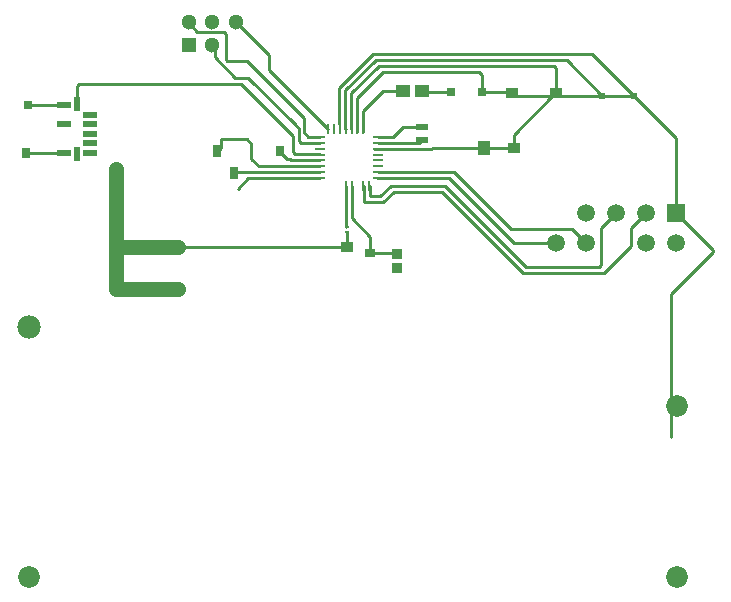
<source format=gtl>
G04*
G04 #@! TF.GenerationSoftware,Altium Limited,Altium Designer,23.0.1 (38)*
G04*
G04 Layer_Physical_Order=1*
G04 Layer_Color=255*
%FSLAX43Y43*%
%MOMM*%
G71*
G04*
G04 #@! TF.SameCoordinates,06591997-4E22-4AB0-80C0-D558F8CFEC8B*
G04*
G04*
G04 #@! TF.FilePolarity,Positive*
G04*
G01*
G75*
%ADD12C,0.254*%
%ADD14R,0.800X1.000*%
%ADD15R,1.000X0.500*%
%ADD16R,1.145X0.550*%
%ADD17R,0.550X1.145*%
%ADD18R,0.250X0.850*%
%ADD19R,0.850X0.250*%
%ADD20R,0.400X0.210*%
%ADD21R,0.858X0.806*%
%ADD22R,1.158X1.012*%
%ADD23R,0.750X0.900*%
%ADD24R,0.700X0.650*%
%ADD25R,1.100X0.950*%
%ADD26R,1.012X1.208*%
%ADD27R,1.050X0.950*%
%ADD28R,0.700X0.650*%
%ADD29R,0.759X0.812*%
%ADD30R,0.520X0.520*%
%ADD31R,0.700X0.700*%
%ADD32C,1.016*%
%ADD33R,0.812X0.759*%
%ADD39C,1.270*%
%ADD40C,1.840*%
%ADD41C,1.980*%
%ADD46R,1.300X1.300*%
%ADD47C,1.300*%
%ADD48C,1.500*%
%ADD49R,1.500X1.500*%
D12*
X47498Y102235D02*
X61849D01*
X79235Y115062D02*
X86106D01*
X75819D02*
X79235D01*
X79452Y115279D01*
X75946Y111773D02*
X79235Y115062D01*
X79452Y115279D02*
X79502D01*
X75946Y110617D02*
Y111773D01*
X64135Y110597D02*
X69011D01*
X62210Y112305D02*
Y115296D01*
X62718Y112014D02*
Y114915D01*
X57131Y109613D02*
X59526D01*
X34671Y110020D02*
X34919Y110268D01*
X89662Y105156D02*
Y111506D01*
X86106Y115062D02*
X89662Y111506D01*
Y105156D02*
X92795Y102023D01*
X89279Y98296D02*
X92795Y101812D01*
Y102023D01*
X89279Y86204D02*
Y98296D01*
X80429Y118110D02*
X83439Y115100D01*
X82550Y118618D02*
X86106Y115062D01*
X65532Y107442D02*
X70104D01*
X64389Y108097D02*
X70465D01*
X64426Y108605D02*
X70866D01*
X70465Y108097D02*
X75946Y102616D01*
X70866Y108605D02*
X75712Y103759D01*
X79502Y115279D02*
Y117453D01*
X79353Y117602D02*
X79502Y117453D01*
X75754Y115381D02*
X75819Y115316D01*
X73279Y115381D02*
X75754D01*
X73279D02*
Y116840D01*
X73025Y117094D02*
X73279Y116840D01*
X68286Y115356D02*
X70612D01*
X68199Y115443D02*
X68286Y115356D01*
X64135Y118618D02*
X82550Y118618D01*
X64262Y118110D02*
X80429D01*
X52389Y116586D02*
X53467D01*
X55245Y117286D02*
Y118554D01*
X52435Y121364D02*
X55245Y118554D01*
Y117286D02*
X60226Y112305D01*
X52832Y116078D02*
X57277Y111633D01*
X58166Y112014D02*
Y113157D01*
X64052Y118618D02*
X64135D01*
X62210Y115296D02*
X64516Y117602D01*
X62718Y114915D02*
X64897Y117094D01*
X61194Y115760D02*
X64052Y118618D01*
X63226Y112305D02*
Y113772D01*
Y112014D02*
Y112305D01*
Y113772D02*
X64897Y115443D01*
X61194Y112649D02*
Y115760D01*
X61702Y112307D02*
Y115550D01*
X64516Y117602D02*
X79353D01*
X64897Y117094D02*
X73025D01*
X64897Y115443D02*
X66545D01*
X65758Y111605D02*
X66590Y112437D01*
X69031Y110617D02*
X73406D01*
X69011Y110597D02*
X69031Y110617D01*
X66590Y112437D02*
X68199D01*
X67967Y111105D02*
X68199Y111337D01*
X73406Y110617D02*
X75946D01*
X64426Y111605D02*
X65758D01*
X61724Y112307D02*
X61726Y112305D01*
X49149Y120460D02*
X51413D01*
X50635Y118340D02*
X52389Y116586D01*
X51562Y118132D02*
X51711Y117983D01*
X50635Y118340D02*
Y119164D01*
X51562Y118132D02*
Y120312D01*
X51413Y120460D02*
X51562Y120312D01*
X50435Y119364D02*
X50635Y119164D01*
X51711Y117983D02*
X53340D01*
X65786Y106934D02*
X69894D01*
X61722Y107401D02*
X61726Y107405D01*
X64897Y106045D02*
X65786Y106934D01*
X64643Y106553D02*
X65532Y107442D01*
X63758Y106553D02*
Y107405D01*
Y106553D02*
X64643D01*
X63250Y106045D02*
Y107405D01*
Y106045D02*
X64897D01*
X69894Y106934D02*
X76752Y100076D01*
X64426Y111105D02*
X67967D01*
X63762Y101727D02*
Y103159D01*
X57785Y111254D02*
Y112268D01*
X58166Y112014D02*
X58575Y111605D01*
X61726Y103979D02*
Y107405D01*
X61849Y102235D02*
Y103505D01*
X62234Y104688D02*
X63762Y103159D01*
X63226Y107405D02*
X63250D01*
X62234Y104688D02*
Y106438D01*
X62226Y106446D02*
X62234Y106438D01*
X62226Y106446D02*
Y107405D01*
X48514Y121158D02*
X49149Y120460D01*
X48514Y121158D02*
X49149Y120460D01*
X34813Y114300D02*
X34829Y114284D01*
X39138Y116078D02*
X52832D01*
X34829Y114284D02*
X37875D01*
X38989Y115929D02*
X39138Y116078D01*
X37875Y114284D02*
X37891Y114268D01*
X38989Y114366D02*
Y115929D01*
X57277Y110296D02*
Y111633D01*
X58575Y111605D02*
X59526D01*
X57934Y111105D02*
X59526D01*
X57277Y110296D02*
X57452Y110121D01*
X59526D01*
X57785Y111254D02*
X57934Y111105D01*
X57404Y112649D02*
X57785Y112268D01*
X53340Y117983D02*
X58166Y113157D01*
X53467Y116586D02*
X57404Y112649D01*
X52344Y108605D02*
X59526D01*
X52324Y108585D02*
X52344Y108605D01*
X53467Y108077D02*
X59526D01*
X53721Y109750D02*
X54358Y109113D01*
X56913Y109105D02*
X59526D01*
X56134Y110336D02*
Y110363D01*
X57020Y109725D02*
X57131Y109613D01*
X56134Y110336D02*
X56746Y109725D01*
X57020D01*
X54358Y109113D02*
X56913D01*
X51197Y110658D02*
Y111373D01*
X51203Y111379D02*
X53340D01*
X51197Y111373D02*
X51203Y111379D01*
X53340D02*
X53721Y110998D01*
X50924Y110385D02*
X51197Y110658D01*
X53721Y109750D02*
Y110998D01*
X52578Y107188D02*
X53467Y108077D01*
X34919Y110268D02*
X37891D01*
X83312Y100733D02*
Y103886D01*
X76962Y100584D02*
X83163D01*
X83312Y100733D01*
X63762Y101727D02*
X66031D01*
X66040Y101718D01*
X76752Y100076D02*
X83566D01*
X85852Y102362D01*
X80899Y103759D02*
X82042Y102616D01*
X75712Y103759D02*
X80899D01*
X75946Y102616D02*
X79502D01*
X83312Y103886D02*
X84582Y105156D01*
X85852Y103886D02*
X87122Y105156D01*
X85852Y102362D02*
Y103886D01*
X34671Y109982D02*
Y110020D01*
X61702Y115550D02*
X64262Y118110D01*
X70104Y107442D02*
X76962Y100584D01*
D14*
X50862Y110374D02*
D03*
X52262Y108574D02*
D03*
D15*
X68199Y112437D02*
D03*
Y111337D02*
D03*
D16*
X37891Y114268D02*
D03*
Y112668D02*
D03*
Y110268D02*
D03*
X40086D02*
D03*
Y111068D02*
D03*
Y111868D02*
D03*
Y112668D02*
D03*
Y113468D02*
D03*
D17*
X38989Y110171D02*
D03*
Y114366D02*
D03*
D18*
X60226Y112305D02*
D03*
X60726D02*
D03*
X61226D02*
D03*
X61726D02*
D03*
X62226D02*
D03*
X62726D02*
D03*
X63226D02*
D03*
X63726Y107405D02*
D03*
X63226D02*
D03*
X62226D02*
D03*
X61726D02*
D03*
D19*
X64426Y111605D02*
D03*
Y111105D02*
D03*
Y110605D02*
D03*
Y110105D02*
D03*
Y109605D02*
D03*
Y109105D02*
D03*
Y108605D02*
D03*
Y108105D02*
D03*
X59526D02*
D03*
Y108605D02*
D03*
Y109105D02*
D03*
Y109605D02*
D03*
Y110105D02*
D03*
Y110605D02*
D03*
Y111105D02*
D03*
Y111605D02*
D03*
D20*
X61849Y103979D02*
D03*
Y103539D02*
D03*
D21*
X66040Y101718D02*
D03*
Y100466D02*
D03*
D22*
X68199Y115443D02*
D03*
X66545D02*
D03*
D23*
X34636Y110236D02*
D03*
D24*
X34813Y114300D02*
D03*
D25*
X61849Y102235D02*
D03*
D26*
X73406Y110617D02*
D03*
D27*
X75946D02*
D03*
X79502Y115279D02*
D03*
X75819Y115316D02*
D03*
D28*
X70612Y115356D02*
D03*
D29*
X56134Y110363D02*
D03*
D30*
X86106Y115062D02*
D03*
X83439Y115100D02*
D03*
D31*
X73279Y115381D02*
D03*
D32*
X47498Y102235D02*
D03*
D33*
X63762Y101727D02*
D03*
D39*
X42418Y98679D02*
X47498D01*
X42418Y102235D02*
X47498D01*
X42291Y98679D02*
Y108839D01*
D40*
X89789Y88773D02*
D03*
X34929Y74353D02*
D03*
X89789D02*
D03*
D41*
X34929Y95503D02*
D03*
D46*
X48435Y119364D02*
D03*
D47*
Y121364D02*
D03*
X50435Y119364D02*
D03*
Y121364D02*
D03*
X52435D02*
D03*
D48*
X79502Y102616D02*
D03*
X82042D02*
D03*
Y105156D02*
D03*
X89662Y102616D02*
D03*
X87122Y105156D02*
D03*
Y102616D02*
D03*
X84582Y105156D02*
D03*
D49*
X89662D02*
D03*
M02*

</source>
